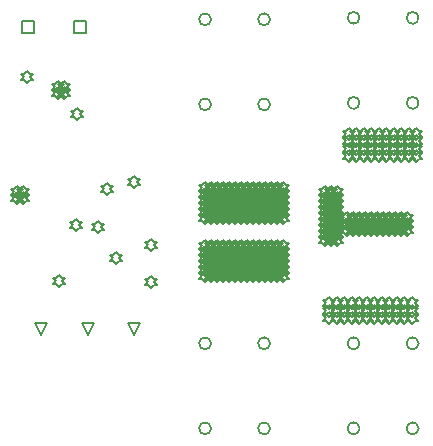
<source format=gbr>
G04 Layer_Color=2752767*
%FSLAX25Y25*%
%MOIN*%
%TF.FileFunction,Drawing*%
%TF.Part,Single*%
G01*
G75*
%ADD57C,0.00500*%
%ADD58C,0.00667*%
D57*
X390000Y347500D02*
Y351500D01*
X394000D01*
Y347500D01*
X390000D01*
X407500D02*
Y351500D01*
X411500D01*
Y347500D01*
X407500D01*
X427500Y247000D02*
X425500Y251000D01*
X429500D01*
X427500Y247000D01*
X412000D02*
X410000Y251000D01*
X414000D01*
X412000Y247000D01*
X396500D02*
X394500Y251000D01*
X398500D01*
X396500Y247000D01*
X518500Y280000D02*
X519500Y281000D01*
X520500D01*
X519500Y282000D01*
X520500Y283000D01*
X519500D01*
X518500Y284000D01*
X517500Y283000D01*
X516500D01*
X517500Y282000D01*
X516500Y281000D01*
X517500D01*
X518500Y280000D01*
Y282000D02*
X519500Y283000D01*
X520500D01*
X519500Y284000D01*
X520500Y285000D01*
X519500D01*
X518500Y286000D01*
X517500Y285000D01*
X516500D01*
X517500Y284000D01*
X516500Y283000D01*
X517500D01*
X518500Y282000D01*
Y284000D02*
X519500Y285000D01*
X520500D01*
X519500Y286000D01*
X520500Y287000D01*
X519500D01*
X518500Y288000D01*
X517500Y287000D01*
X516500D01*
X517500Y286000D01*
X516500Y285000D01*
X517500D01*
X518500Y284000D01*
X516500D02*
X517500Y285000D01*
X518500D01*
X517500Y286000D01*
X518500Y287000D01*
X517500D01*
X516500Y288000D01*
X515500Y287000D01*
X514500D01*
X515500Y286000D01*
X514500Y285000D01*
X515500D01*
X516500Y284000D01*
Y282000D02*
X517500Y283000D01*
X518500D01*
X517500Y284000D01*
X518500Y285000D01*
X517500D01*
X516500Y286000D01*
X515500Y285000D01*
X514500D01*
X515500Y284000D01*
X514500Y283000D01*
X515500D01*
X516500Y282000D01*
Y280000D02*
X517500Y281000D01*
X518500D01*
X517500Y282000D01*
X518500Y283000D01*
X517500D01*
X516500Y284000D01*
X515500Y283000D01*
X514500D01*
X515500Y282000D01*
X514500Y281000D01*
X515500D01*
X516500Y280000D01*
X514500D02*
X515500Y281000D01*
X516500D01*
X515500Y282000D01*
X516500Y283000D01*
X515500D01*
X514500Y284000D01*
X513500Y283000D01*
X512500D01*
X513500Y282000D01*
X512500Y281000D01*
X513500D01*
X514500Y280000D01*
Y282000D02*
X515500Y283000D01*
X516500D01*
X515500Y284000D01*
X516500Y285000D01*
X515500D01*
X514500Y286000D01*
X513500Y285000D01*
X512500D01*
X513500Y284000D01*
X512500Y283000D01*
X513500D01*
X514500Y282000D01*
Y284000D02*
X515500Y285000D01*
X516500D01*
X515500Y286000D01*
X516500Y287000D01*
X515500D01*
X514500Y288000D01*
X513500Y287000D01*
X512500D01*
X513500Y286000D01*
X512500Y285000D01*
X513500D01*
X514500Y284000D01*
X512500D02*
X513500Y285000D01*
X514500D01*
X513500Y286000D01*
X514500Y287000D01*
X513500D01*
X512500Y288000D01*
X511500Y287000D01*
X510500D01*
X511500Y286000D01*
X510500Y285000D01*
X511500D01*
X512500Y284000D01*
Y282000D02*
X513500Y283000D01*
X514500D01*
X513500Y284000D01*
X514500Y285000D01*
X513500D01*
X512500Y286000D01*
X511500Y285000D01*
X510500D01*
X511500Y284000D01*
X510500Y283000D01*
X511500D01*
X512500Y282000D01*
Y280000D02*
X513500Y281000D01*
X514500D01*
X513500Y282000D01*
X514500Y283000D01*
X513500D01*
X512500Y284000D01*
X511500Y283000D01*
X510500D01*
X511500Y282000D01*
X510500Y281000D01*
X511500D01*
X512500Y280000D01*
X510500D02*
X511500Y281000D01*
X512500D01*
X511500Y282000D01*
X512500Y283000D01*
X511500D01*
X510500Y284000D01*
X509500Y283000D01*
X508500D01*
X509500Y282000D01*
X508500Y281000D01*
X509500D01*
X510500Y280000D01*
Y282000D02*
X511500Y283000D01*
X512500D01*
X511500Y284000D01*
X512500Y285000D01*
X511500D01*
X510500Y286000D01*
X509500Y285000D01*
X508500D01*
X509500Y284000D01*
X508500Y283000D01*
X509500D01*
X510500Y282000D01*
Y284000D02*
X511500Y285000D01*
X512500D01*
X511500Y286000D01*
X512500Y287000D01*
X511500D01*
X510500Y288000D01*
X509500Y287000D01*
X508500D01*
X509500Y286000D01*
X508500Y285000D01*
X509500D01*
X510500Y284000D01*
X508500D02*
X509500Y285000D01*
X510500D01*
X509500Y286000D01*
X510500Y287000D01*
X509500D01*
X508500Y288000D01*
X507500Y287000D01*
X506500D01*
X507500Y286000D01*
X506500Y285000D01*
X507500D01*
X508500Y284000D01*
Y282000D02*
X509500Y283000D01*
X510500D01*
X509500Y284000D01*
X510500Y285000D01*
X509500D01*
X508500Y286000D01*
X507500Y285000D01*
X506500D01*
X507500Y284000D01*
X506500Y283000D01*
X507500D01*
X508500Y282000D01*
Y280000D02*
X509500Y281000D01*
X510500D01*
X509500Y282000D01*
X510500Y283000D01*
X509500D01*
X508500Y284000D01*
X507500Y283000D01*
X506500D01*
X507500Y282000D01*
X506500Y281000D01*
X507500D01*
X508500Y280000D01*
X506500D02*
X507500Y281000D01*
X508500D01*
X507500Y282000D01*
X508500Y283000D01*
X507500D01*
X506500Y284000D01*
X505500Y283000D01*
X504500D01*
X505500Y282000D01*
X504500Y281000D01*
X505500D01*
X506500Y280000D01*
Y282000D02*
X507500Y283000D01*
X508500D01*
X507500Y284000D01*
X508500Y285000D01*
X507500D01*
X506500Y286000D01*
X505500Y285000D01*
X504500D01*
X505500Y284000D01*
X504500Y283000D01*
X505500D01*
X506500Y282000D01*
Y284000D02*
X507500Y285000D01*
X508500D01*
X507500Y286000D01*
X508500Y287000D01*
X507500D01*
X506500Y288000D01*
X505500Y287000D01*
X504500D01*
X505500Y286000D01*
X504500Y285000D01*
X505500D01*
X506500Y284000D01*
X504500D02*
X505500Y285000D01*
X506500D01*
X505500Y286000D01*
X506500Y287000D01*
X505500D01*
X504500Y288000D01*
X503500Y287000D01*
X502500D01*
X503500Y286000D01*
X502500Y285000D01*
X503500D01*
X504500Y284000D01*
Y282000D02*
X505500Y283000D01*
X506500D01*
X505500Y284000D01*
X506500Y285000D01*
X505500D01*
X504500Y286000D01*
X503500Y285000D01*
X502500D01*
X503500Y284000D01*
X502500Y283000D01*
X503500D01*
X504500Y282000D01*
Y280000D02*
X505500Y281000D01*
X506500D01*
X505500Y282000D01*
X506500Y283000D01*
X505500D01*
X504500Y284000D01*
X503500Y283000D01*
X502500D01*
X503500Y282000D01*
X502500Y281000D01*
X503500D01*
X504500Y280000D01*
X502500D02*
X503500Y281000D01*
X504500D01*
X503500Y282000D01*
X504500Y283000D01*
X503500D01*
X502500Y284000D01*
X501500Y283000D01*
X500500D01*
X501500Y282000D01*
X500500Y281000D01*
X501500D01*
X502500Y280000D01*
Y282000D02*
X503500Y283000D01*
X504500D01*
X503500Y284000D01*
X504500Y285000D01*
X503500D01*
X502500Y286000D01*
X501500Y285000D01*
X500500D01*
X501500Y284000D01*
X500500Y283000D01*
X501500D01*
X502500Y282000D01*
Y284000D02*
X503500Y285000D01*
X504500D01*
X503500Y286000D01*
X504500Y287000D01*
X503500D01*
X502500Y288000D01*
X501500Y287000D01*
X500500D01*
X501500Y286000D01*
X500500Y285000D01*
X501500D01*
X502500Y284000D01*
X500500D02*
X501500Y285000D01*
X502500D01*
X501500Y286000D01*
X502500Y287000D01*
X501500D01*
X500500Y288000D01*
X499500Y287000D01*
X498500D01*
X499500Y286000D01*
X498500Y285000D01*
X499500D01*
X500500Y284000D01*
Y282000D02*
X501500Y283000D01*
X502500D01*
X501500Y284000D01*
X502500Y285000D01*
X501500D01*
X500500Y286000D01*
X499500Y285000D01*
X498500D01*
X499500Y284000D01*
X498500Y283000D01*
X499500D01*
X500500Y282000D01*
Y280000D02*
X501500Y281000D01*
X502500D01*
X501500Y282000D01*
X502500Y283000D01*
X501500D01*
X500500Y284000D01*
X499500Y283000D01*
X498500D01*
X499500Y282000D01*
X498500Y281000D01*
X499500D01*
X500500Y280000D01*
X498500D02*
X499500Y281000D01*
X500500D01*
X499500Y282000D01*
X500500Y283000D01*
X499500D01*
X498500Y284000D01*
X497500Y283000D01*
X496500D01*
X497500Y282000D01*
X496500Y281000D01*
X497500D01*
X498500Y280000D01*
Y282000D02*
X499500Y283000D01*
X500500D01*
X499500Y284000D01*
X500500Y285000D01*
X499500D01*
X498500Y286000D01*
X497500Y285000D01*
X496500D01*
X497500Y284000D01*
X496500Y283000D01*
X497500D01*
X498500Y282000D01*
Y284000D02*
X499500Y285000D01*
X500500D01*
X499500Y286000D01*
X500500Y287000D01*
X499500D01*
X498500Y288000D01*
X497500Y287000D01*
X496500D01*
X497500Y286000D01*
X496500Y285000D01*
X497500D01*
X498500Y284000D01*
X491000Y292500D02*
X492000Y293500D01*
X493000D01*
X492000Y294500D01*
X493000Y295500D01*
X492000D01*
X491000Y296500D01*
X490000Y295500D01*
X489000D01*
X490000Y294500D01*
X489000Y293500D01*
X490000D01*
X491000Y292500D01*
X493000D02*
X494000Y293500D01*
X495000D01*
X494000Y294500D01*
X495000Y295500D01*
X494000D01*
X493000Y296500D01*
X492000Y295500D01*
X491000D01*
X492000Y294500D01*
X491000Y293500D01*
X492000D01*
X493000Y292500D01*
X495000D02*
X496000Y293500D01*
X497000D01*
X496000Y294500D01*
X497000Y295500D01*
X496000D01*
X495000Y296500D01*
X494000Y295500D01*
X493000D01*
X494000Y294500D01*
X493000Y293500D01*
X494000D01*
X495000Y292500D01*
X493000Y278500D02*
X494000Y279500D01*
X495000D01*
X494000Y280500D01*
X495000Y281500D01*
X494000D01*
X493000Y282500D01*
X492000Y281500D01*
X491000D01*
X492000Y280500D01*
X491000Y279500D01*
X492000D01*
X493000Y278500D01*
X495000Y276500D02*
X496000Y277500D01*
X497000D01*
X496000Y278500D01*
X497000Y279500D01*
X496000D01*
X495000Y280500D01*
X494000Y279500D01*
X493000D01*
X494000Y278500D01*
X493000Y277500D01*
X494000D01*
X495000Y276500D01*
Y278500D02*
X496000Y279500D01*
X497000D01*
X496000Y280500D01*
X497000Y281500D01*
X496000D01*
X495000Y282500D01*
X494000Y281500D01*
X493000D01*
X494000Y280500D01*
X493000Y279500D01*
X494000D01*
X495000Y278500D01*
X493000Y276500D02*
X494000Y277500D01*
X495000D01*
X494000Y278500D01*
X495000Y279500D01*
X494000D01*
X493000Y280500D01*
X492000Y279500D01*
X491000D01*
X492000Y278500D01*
X491000Y277500D01*
X492000D01*
X493000Y276500D01*
X491000D02*
X492000Y277500D01*
X493000D01*
X492000Y278500D01*
X493000Y279500D01*
X492000D01*
X491000Y280500D01*
X490000Y279500D01*
X489000D01*
X490000Y278500D01*
X489000Y277500D01*
X490000D01*
X491000Y276500D01*
Y278500D02*
X492000Y279500D01*
X493000D01*
X492000Y280500D01*
X493000Y281500D01*
X492000D01*
X491000Y282500D01*
X490000Y281500D01*
X489000D01*
X490000Y280500D01*
X489000Y279500D01*
X490000D01*
X491000Y278500D01*
Y290500D02*
X492000Y291500D01*
X493000D01*
X492000Y292500D01*
X493000Y293500D01*
X492000D01*
X491000Y294500D01*
X490000Y293500D01*
X489000D01*
X490000Y292500D01*
X489000Y291500D01*
X490000D01*
X491000Y290500D01*
X493000D02*
X494000Y291500D01*
X495000D01*
X494000Y292500D01*
X495000Y293500D01*
X494000D01*
X493000Y294500D01*
X492000Y293500D01*
X491000D01*
X492000Y292500D01*
X491000Y291500D01*
X492000D01*
X493000Y290500D01*
X495000D02*
X496000Y291500D01*
X497000D01*
X496000Y292500D01*
X497000Y293500D01*
X496000D01*
X495000Y294500D01*
X494000Y293500D01*
X493000D01*
X494000Y292500D01*
X493000Y291500D01*
X494000D01*
X495000Y290500D01*
Y288500D02*
X496000Y289500D01*
X497000D01*
X496000Y290500D01*
X497000Y291500D01*
X496000D01*
X495000Y292500D01*
X494000Y291500D01*
X493000D01*
X494000Y290500D01*
X493000Y289500D01*
X494000D01*
X495000Y288500D01*
X493000D02*
X494000Y289500D01*
X495000D01*
X494000Y290500D01*
X495000Y291500D01*
X494000D01*
X493000Y292500D01*
X492000Y291500D01*
X491000D01*
X492000Y290500D01*
X491000Y289500D01*
X492000D01*
X493000Y288500D01*
X491000D02*
X492000Y289500D01*
X493000D01*
X492000Y290500D01*
X493000Y291500D01*
X492000D01*
X491000Y292500D01*
X490000Y291500D01*
X489000D01*
X490000Y290500D01*
X489000Y289500D01*
X490000D01*
X491000Y288500D01*
Y286500D02*
X492000Y287500D01*
X493000D01*
X492000Y288500D01*
X493000Y289500D01*
X492000D01*
X491000Y290500D01*
X490000Y289500D01*
X489000D01*
X490000Y288500D01*
X489000Y287500D01*
X490000D01*
X491000Y286500D01*
X493000D02*
X494000Y287500D01*
X495000D01*
X494000Y288500D01*
X495000Y289500D01*
X494000D01*
X493000Y290500D01*
X492000Y289500D01*
X491000D01*
X492000Y288500D01*
X491000Y287500D01*
X492000D01*
X493000Y286500D01*
X495000D02*
X496000Y287500D01*
X497000D01*
X496000Y288500D01*
X497000Y289500D01*
X496000D01*
X495000Y290500D01*
X494000Y289500D01*
X493000D01*
X494000Y288500D01*
X493000Y287500D01*
X494000D01*
X495000Y286500D01*
X491000Y280500D02*
X492000Y281500D01*
X493000D01*
X492000Y282500D01*
X493000Y283500D01*
X492000D01*
X491000Y284500D01*
X490000Y283500D01*
X489000D01*
X490000Y282500D01*
X489000Y281500D01*
X490000D01*
X491000Y280500D01*
X493000D02*
X494000Y281500D01*
X495000D01*
X494000Y282500D01*
X495000Y283500D01*
X494000D01*
X493000Y284500D01*
X492000Y283500D01*
X491000D01*
X492000Y282500D01*
X491000Y281500D01*
X492000D01*
X493000Y280500D01*
X491000Y282500D02*
X492000Y283500D01*
X493000D01*
X492000Y284500D01*
X493000Y285500D01*
X492000D01*
X491000Y286500D01*
X490000Y285500D01*
X489000D01*
X490000Y284500D01*
X489000Y283500D01*
X490000D01*
X491000Y282500D01*
X493000D02*
X494000Y283500D01*
X495000D01*
X494000Y284500D01*
X495000Y285500D01*
X494000D01*
X493000Y286500D01*
X492000Y285500D01*
X491000D01*
X492000Y284500D01*
X491000Y283500D01*
X492000D01*
X493000Y282500D01*
X491000Y284500D02*
X492000Y285500D01*
X493000D01*
X492000Y286500D01*
X493000Y287500D01*
X492000D01*
X491000Y288500D01*
X490000Y287500D01*
X489000D01*
X490000Y286500D01*
X489000Y285500D01*
X490000D01*
X491000Y284500D01*
X493000D02*
X494000Y285500D01*
X495000D01*
X494000Y286500D01*
X495000Y287500D01*
X494000D01*
X493000Y288500D01*
X492000Y287500D01*
X491000D01*
X492000Y286500D01*
X491000Y285500D01*
X492000D01*
X493000Y284500D01*
X495000D02*
X496000Y285500D01*
X497000D01*
X496000Y286500D01*
X497000Y287500D01*
X496000D01*
X495000Y288500D01*
X494000Y287500D01*
X493000D01*
X494000Y286500D01*
X493000Y285500D01*
X494000D01*
X495000Y284500D01*
Y282500D02*
X496000Y283500D01*
X497000D01*
X496000Y284500D01*
X497000Y285500D01*
X496000D01*
X495000Y286500D01*
X494000Y285500D01*
X493000D01*
X494000Y284500D01*
X493000Y283500D01*
X494000D01*
X495000Y282500D01*
Y280500D02*
X496000Y281500D01*
X497000D01*
X496000Y282500D01*
X497000Y283500D01*
X496000D01*
X495000Y284500D01*
X494000Y283500D01*
X493000D01*
X494000Y282500D01*
X493000Y281500D01*
X494000D01*
X495000Y280500D01*
X404000Y325500D02*
X405000Y326500D01*
X406000D01*
X405000Y327500D01*
X406000Y328500D01*
X405000D01*
X404000Y329500D01*
X403000Y328500D01*
X402000D01*
X403000Y327500D01*
X402000Y326500D01*
X403000D01*
X404000Y325500D01*
Y327500D02*
X405000Y328500D01*
X406000D01*
X405000Y329500D01*
X406000Y330500D01*
X405000D01*
X404000Y331500D01*
X403000Y330500D01*
X402000D01*
X403000Y329500D01*
X402000Y328500D01*
X403000D01*
X404000Y327500D01*
X402000Y325500D02*
X403000Y326500D01*
X404000D01*
X403000Y327500D01*
X404000Y328500D01*
X403000D01*
X402000Y329500D01*
X401000Y328500D01*
X400000D01*
X401000Y327500D01*
X400000Y326500D01*
X401000D01*
X402000Y325500D01*
X408500Y318500D02*
X409500Y319500D01*
X410500D01*
X409500Y320500D01*
X410500Y321500D01*
X409500D01*
X408500Y322500D01*
X407500Y321500D01*
X406500D01*
X407500Y320500D01*
X406500Y319500D01*
X407500D01*
X408500Y318500D01*
X408000Y281500D02*
X409000Y282500D01*
X410000D01*
X409000Y283500D01*
X410000Y284500D01*
X409000D01*
X408000Y285500D01*
X407000Y284500D01*
X406000D01*
X407000Y283500D01*
X406000Y282500D01*
X407000D01*
X408000Y281500D01*
X402500Y263000D02*
X403500Y264000D01*
X404500D01*
X403500Y265000D01*
X404500Y266000D01*
X403500D01*
X402500Y267000D01*
X401500Y266000D01*
X400500D01*
X401500Y265000D01*
X400500Y264000D01*
X401500D01*
X402500Y263000D01*
X415500Y281000D02*
X416500Y282000D01*
X417500D01*
X416500Y283000D01*
X417500Y284000D01*
X416500D01*
X415500Y285000D01*
X414500Y284000D01*
X413500D01*
X414500Y283000D01*
X413500Y282000D01*
X414500D01*
X415500Y281000D01*
X418469Y293531D02*
X419468Y294531D01*
X420469D01*
X419468Y295532D01*
X420469Y296532D01*
X419468D01*
X418469Y297532D01*
X417469Y296532D01*
X416468D01*
X417469Y295532D01*
X416468Y294531D01*
X417469D01*
X418469Y293531D01*
X421500Y270500D02*
X422500Y271500D01*
X423500D01*
X422500Y272500D01*
X423500Y273500D01*
X422500D01*
X421500Y274500D01*
X420500Y273500D01*
X419500D01*
X420500Y272500D01*
X419500Y271500D01*
X420500D01*
X421500Y270500D01*
X433000Y275000D02*
X434000Y276000D01*
X435000D01*
X434000Y277000D01*
X435000Y278000D01*
X434000D01*
X433000Y279000D01*
X432000Y278000D01*
X431000D01*
X432000Y277000D01*
X431000Y276000D01*
X432000D01*
X433000Y275000D01*
Y262500D02*
X434000Y263500D01*
X435000D01*
X434000Y264500D01*
X435000Y265500D01*
X434000D01*
X433000Y266500D01*
X432000Y265500D01*
X431000D01*
X432000Y264500D01*
X431000Y263500D01*
X432000D01*
X433000Y262500D01*
X427500Y296000D02*
X428500Y297000D01*
X429500D01*
X428500Y298000D01*
X429500Y299000D01*
X428500D01*
X427500Y300000D01*
X426500Y299000D01*
X425500D01*
X426500Y298000D01*
X425500Y297000D01*
X426500D01*
X427500Y296000D01*
X402000Y327500D02*
X403000Y328500D01*
X404000D01*
X403000Y329500D01*
X404000Y330500D01*
X403000D01*
X402000Y331500D01*
X401000Y330500D01*
X400000D01*
X401000Y329500D01*
X400000Y328500D01*
X401000D01*
X402000Y327500D01*
X390500Y290500D02*
X391500Y291500D01*
X392500D01*
X391500Y292500D01*
X392500Y293500D01*
X391500D01*
X390500Y294500D01*
X389500Y293500D01*
X388500D01*
X389500Y292500D01*
X388500Y291500D01*
X389500D01*
X390500Y290500D01*
X388500Y292500D02*
X389500Y293500D01*
X390500D01*
X389500Y294500D01*
X390500Y295500D01*
X389500D01*
X388500Y296500D01*
X387500Y295500D01*
X386500D01*
X387500Y294500D01*
X386500Y293500D01*
X387500D01*
X388500Y292500D01*
X390500D02*
X391500Y293500D01*
X392500D01*
X391500Y294500D01*
X392500Y295500D01*
X391500D01*
X390500Y296500D01*
X389500Y295500D01*
X388500D01*
X389500Y294500D01*
X388500Y293500D01*
X389500D01*
X390500Y292500D01*
X388500Y290500D02*
X389500Y291500D01*
X390500D01*
X389500Y292500D01*
X390500Y293500D01*
X389500D01*
X388500Y294500D01*
X387500Y293500D01*
X386500D01*
X387500Y292500D01*
X386500Y291500D01*
X387500D01*
X388500Y290500D01*
X391968Y330968D02*
X392969Y331968D01*
X393969D01*
X392969Y332968D01*
X393969Y333968D01*
X392969D01*
X391968Y334968D01*
X390968Y333968D01*
X389968D01*
X390968Y332968D01*
X389968Y331968D01*
X390968D01*
X391968Y330968D01*
X477000Y294000D02*
X478000Y295000D01*
X479000D01*
X478000Y296000D01*
X479000Y297000D01*
X478000D01*
X477000Y298000D01*
X476000Y297000D01*
X475000D01*
X476000Y296000D01*
X475000Y295000D01*
X476000D01*
X477000Y294000D01*
Y292000D02*
X478000Y293000D01*
X479000D01*
X478000Y294000D01*
X479000Y295000D01*
X478000D01*
X477000Y296000D01*
X476000Y295000D01*
X475000D01*
X476000Y294000D01*
X475000Y293000D01*
X476000D01*
X477000Y292000D01*
Y290000D02*
X478000Y291000D01*
X479000D01*
X478000Y292000D01*
X479000Y293000D01*
X478000D01*
X477000Y294000D01*
X476000Y293000D01*
X475000D01*
X476000Y292000D01*
X475000Y291000D01*
X476000D01*
X477000Y290000D01*
Y288000D02*
X478000Y289000D01*
X479000D01*
X478000Y290000D01*
X479000Y291000D01*
X478000D01*
X477000Y292000D01*
X476000Y291000D01*
X475000D01*
X476000Y290000D01*
X475000Y289000D01*
X476000D01*
X477000Y288000D01*
Y286000D02*
X478000Y287000D01*
X479000D01*
X478000Y288000D01*
X479000Y289000D01*
X478000D01*
X477000Y290000D01*
X476000Y289000D01*
X475000D01*
X476000Y288000D01*
X475000Y287000D01*
X476000D01*
X477000Y286000D01*
Y284000D02*
X478000Y285000D01*
X479000D01*
X478000Y286000D01*
X479000Y287000D01*
X478000D01*
X477000Y288000D01*
X476000Y287000D01*
X475000D01*
X476000Y286000D01*
X475000Y285000D01*
X476000D01*
X477000Y284000D01*
X475000Y294000D02*
X476000Y295000D01*
X477000D01*
X476000Y296000D01*
X477000Y297000D01*
X476000D01*
X475000Y298000D01*
X474000Y297000D01*
X473000D01*
X474000Y296000D01*
X473000Y295000D01*
X474000D01*
X475000Y294000D01*
X473000D02*
X474000Y295000D01*
X475000D01*
X474000Y296000D01*
X475000Y297000D01*
X474000D01*
X473000Y298000D01*
X472000Y297000D01*
X471000D01*
X472000Y296000D01*
X471000Y295000D01*
X472000D01*
X473000Y294000D01*
X471000D02*
X472000Y295000D01*
X473000D01*
X472000Y296000D01*
X473000Y297000D01*
X472000D01*
X471000Y298000D01*
X470000Y297000D01*
X469000D01*
X470000Y296000D01*
X469000Y295000D01*
X470000D01*
X471000Y294000D01*
X469000D02*
X470000Y295000D01*
X471000D01*
X470000Y296000D01*
X471000Y297000D01*
X470000D01*
X469000Y298000D01*
X468000Y297000D01*
X467000D01*
X468000Y296000D01*
X467000Y295000D01*
X468000D01*
X469000Y294000D01*
X465000D02*
X466000Y295000D01*
X467000D01*
X466000Y296000D01*
X467000Y297000D01*
X466000D01*
X465000Y298000D01*
X464000Y297000D01*
X463000D01*
X464000Y296000D01*
X463000Y295000D01*
X464000D01*
X465000Y294000D01*
X467000D02*
X468000Y295000D01*
X469000D01*
X468000Y296000D01*
X469000Y297000D01*
X468000D01*
X467000Y298000D01*
X466000Y297000D01*
X465000D01*
X466000Y296000D01*
X465000Y295000D01*
X466000D01*
X467000Y294000D01*
X463000D02*
X464000Y295000D01*
X465000D01*
X464000Y296000D01*
X465000Y297000D01*
X464000D01*
X463000Y298000D01*
X462000Y297000D01*
X461000D01*
X462000Y296000D01*
X461000Y295000D01*
X462000D01*
X463000Y294000D01*
X461000D02*
X462000Y295000D01*
X463000D01*
X462000Y296000D01*
X463000Y297000D01*
X462000D01*
X461000Y298000D01*
X460000Y297000D01*
X459000D01*
X460000Y296000D01*
X459000Y295000D01*
X460000D01*
X461000Y294000D01*
X459000D02*
X460000Y295000D01*
X461000D01*
X460000Y296000D01*
X461000Y297000D01*
X460000D01*
X459000Y298000D01*
X458000Y297000D01*
X457000D01*
X458000Y296000D01*
X457000Y295000D01*
X458000D01*
X459000Y294000D01*
X457000D02*
X458000Y295000D01*
X459000D01*
X458000Y296000D01*
X459000Y297000D01*
X458000D01*
X457000Y298000D01*
X456000Y297000D01*
X455000D01*
X456000Y296000D01*
X455000Y295000D01*
X456000D01*
X457000Y294000D01*
X455000D02*
X456000Y295000D01*
X457000D01*
X456000Y296000D01*
X457000Y297000D01*
X456000D01*
X455000Y298000D01*
X454000Y297000D01*
X453000D01*
X454000Y296000D01*
X453000Y295000D01*
X454000D01*
X455000Y294000D01*
X453000D02*
X454000Y295000D01*
X455000D01*
X454000Y296000D01*
X455000Y297000D01*
X454000D01*
X453000Y298000D01*
X452000Y297000D01*
X451000D01*
X452000Y296000D01*
X451000Y295000D01*
X452000D01*
X453000Y294000D01*
X451000D02*
X452000Y295000D01*
X453000D01*
X452000Y296000D01*
X453000Y297000D01*
X452000D01*
X451000Y298000D01*
X450000Y297000D01*
X449000D01*
X450000Y296000D01*
X449000Y295000D01*
X450000D01*
X451000Y294000D01*
Y292000D02*
X452000Y293000D01*
X453000D01*
X452000Y294000D01*
X453000Y295000D01*
X452000D01*
X451000Y296000D01*
X450000Y295000D01*
X449000D01*
X450000Y294000D01*
X449000Y293000D01*
X450000D01*
X451000Y292000D01*
X453000D02*
X454000Y293000D01*
X455000D01*
X454000Y294000D01*
X455000Y295000D01*
X454000D01*
X453000Y296000D01*
X452000Y295000D01*
X451000D01*
X452000Y294000D01*
X451000Y293000D01*
X452000D01*
X453000Y292000D01*
X455000D02*
X456000Y293000D01*
X457000D01*
X456000Y294000D01*
X457000Y295000D01*
X456000D01*
X455000Y296000D01*
X454000Y295000D01*
X453000D01*
X454000Y294000D01*
X453000Y293000D01*
X454000D01*
X455000Y292000D01*
X457000D02*
X458000Y293000D01*
X459000D01*
X458000Y294000D01*
X459000Y295000D01*
X458000D01*
X457000Y296000D01*
X456000Y295000D01*
X455000D01*
X456000Y294000D01*
X455000Y293000D01*
X456000D01*
X457000Y292000D01*
X459000D02*
X460000Y293000D01*
X461000D01*
X460000Y294000D01*
X461000Y295000D01*
X460000D01*
X459000Y296000D01*
X458000Y295000D01*
X457000D01*
X458000Y294000D01*
X457000Y293000D01*
X458000D01*
X459000Y292000D01*
X461000D02*
X462000Y293000D01*
X463000D01*
X462000Y294000D01*
X463000Y295000D01*
X462000D01*
X461000Y296000D01*
X460000Y295000D01*
X459000D01*
X460000Y294000D01*
X459000Y293000D01*
X460000D01*
X461000Y292000D01*
X463000D02*
X464000Y293000D01*
X465000D01*
X464000Y294000D01*
X465000Y295000D01*
X464000D01*
X463000Y296000D01*
X462000Y295000D01*
X461000D01*
X462000Y294000D01*
X461000Y293000D01*
X462000D01*
X463000Y292000D01*
X465000D02*
X466000Y293000D01*
X467000D01*
X466000Y294000D01*
X467000Y295000D01*
X466000D01*
X465000Y296000D01*
X464000Y295000D01*
X463000D01*
X464000Y294000D01*
X463000Y293000D01*
X464000D01*
X465000Y292000D01*
X467000D02*
X468000Y293000D01*
X469000D01*
X468000Y294000D01*
X469000Y295000D01*
X468000D01*
X467000Y296000D01*
X466000Y295000D01*
X465000D01*
X466000Y294000D01*
X465000Y293000D01*
X466000D01*
X467000Y292000D01*
X469000D02*
X470000Y293000D01*
X471000D01*
X470000Y294000D01*
X471000Y295000D01*
X470000D01*
X469000Y296000D01*
X468000Y295000D01*
X467000D01*
X468000Y294000D01*
X467000Y293000D01*
X468000D01*
X469000Y292000D01*
X471000D02*
X472000Y293000D01*
X473000D01*
X472000Y294000D01*
X473000Y295000D01*
X472000D01*
X471000Y296000D01*
X470000Y295000D01*
X469000D01*
X470000Y294000D01*
X469000Y293000D01*
X470000D01*
X471000Y292000D01*
X473000D02*
X474000Y293000D01*
X475000D01*
X474000Y294000D01*
X475000Y295000D01*
X474000D01*
X473000Y296000D01*
X472000Y295000D01*
X471000D01*
X472000Y294000D01*
X471000Y293000D01*
X472000D01*
X473000Y292000D01*
X475000D02*
X476000Y293000D01*
X477000D01*
X476000Y294000D01*
X477000Y295000D01*
X476000D01*
X475000Y296000D01*
X474000Y295000D01*
X473000D01*
X474000Y294000D01*
X473000Y293000D01*
X474000D01*
X475000Y292000D01*
Y290000D02*
X476000Y291000D01*
X477000D01*
X476000Y292000D01*
X477000Y293000D01*
X476000D01*
X475000Y294000D01*
X474000Y293000D01*
X473000D01*
X474000Y292000D01*
X473000Y291000D01*
X474000D01*
X475000Y290000D01*
X473000D02*
X474000Y291000D01*
X475000D01*
X474000Y292000D01*
X475000Y293000D01*
X474000D01*
X473000Y294000D01*
X472000Y293000D01*
X471000D01*
X472000Y292000D01*
X471000Y291000D01*
X472000D01*
X473000Y290000D01*
X471000D02*
X472000Y291000D01*
X473000D01*
X472000Y292000D01*
X473000Y293000D01*
X472000D01*
X471000Y294000D01*
X470000Y293000D01*
X469000D01*
X470000Y292000D01*
X469000Y291000D01*
X470000D01*
X471000Y290000D01*
X469000D02*
X470000Y291000D01*
X471000D01*
X470000Y292000D01*
X471000Y293000D01*
X470000D01*
X469000Y294000D01*
X468000Y293000D01*
X467000D01*
X468000Y292000D01*
X467000Y291000D01*
X468000D01*
X469000Y290000D01*
X467000D02*
X468000Y291000D01*
X469000D01*
X468000Y292000D01*
X469000Y293000D01*
X468000D01*
X467000Y294000D01*
X466000Y293000D01*
X465000D01*
X466000Y292000D01*
X465000Y291000D01*
X466000D01*
X467000Y290000D01*
X465000D02*
X466000Y291000D01*
X467000D01*
X466000Y292000D01*
X467000Y293000D01*
X466000D01*
X465000Y294000D01*
X464000Y293000D01*
X463000D01*
X464000Y292000D01*
X463000Y291000D01*
X464000D01*
X465000Y290000D01*
X463000D02*
X464000Y291000D01*
X465000D01*
X464000Y292000D01*
X465000Y293000D01*
X464000D01*
X463000Y294000D01*
X462000Y293000D01*
X461000D01*
X462000Y292000D01*
X461000Y291000D01*
X462000D01*
X463000Y290000D01*
X461000D02*
X462000Y291000D01*
X463000D01*
X462000Y292000D01*
X463000Y293000D01*
X462000D01*
X461000Y294000D01*
X460000Y293000D01*
X459000D01*
X460000Y292000D01*
X459000Y291000D01*
X460000D01*
X461000Y290000D01*
X459000D02*
X460000Y291000D01*
X461000D01*
X460000Y292000D01*
X461000Y293000D01*
X460000D01*
X459000Y294000D01*
X458000Y293000D01*
X457000D01*
X458000Y292000D01*
X457000Y291000D01*
X458000D01*
X459000Y290000D01*
X457000D02*
X458000Y291000D01*
X459000D01*
X458000Y292000D01*
X459000Y293000D01*
X458000D01*
X457000Y294000D01*
X456000Y293000D01*
X455000D01*
X456000Y292000D01*
X455000Y291000D01*
X456000D01*
X457000Y290000D01*
X455000D02*
X456000Y291000D01*
X457000D01*
X456000Y292000D01*
X457000Y293000D01*
X456000D01*
X455000Y294000D01*
X454000Y293000D01*
X453000D01*
X454000Y292000D01*
X453000Y291000D01*
X454000D01*
X455000Y290000D01*
X453000D02*
X454000Y291000D01*
X455000D01*
X454000Y292000D01*
X455000Y293000D01*
X454000D01*
X453000Y294000D01*
X452000Y293000D01*
X451000D01*
X452000Y292000D01*
X451000Y291000D01*
X452000D01*
X453000Y290000D01*
X451000D02*
X452000Y291000D01*
X453000D01*
X452000Y292000D01*
X453000Y293000D01*
X452000D01*
X451000Y294000D01*
X450000Y293000D01*
X449000D01*
X450000Y292000D01*
X449000Y291000D01*
X450000D01*
X451000Y290000D01*
X477000Y264500D02*
X478000Y265500D01*
X479000D01*
X478000Y266500D01*
X479000Y267500D01*
X478000D01*
X477000Y268500D01*
X476000Y267500D01*
X475000D01*
X476000Y266500D01*
X475000Y265500D01*
X476000D01*
X477000Y264500D01*
Y266500D02*
X478000Y267500D01*
X479000D01*
X478000Y268500D01*
X479000Y269500D01*
X478000D01*
X477000Y270500D01*
X476000Y269500D01*
X475000D01*
X476000Y268500D01*
X475000Y267500D01*
X476000D01*
X477000Y266500D01*
Y268500D02*
X478000Y269500D01*
X479000D01*
X478000Y270500D01*
X479000Y271500D01*
X478000D01*
X477000Y272500D01*
X476000Y271500D01*
X475000D01*
X476000Y270500D01*
X475000Y269500D01*
X476000D01*
X477000Y268500D01*
Y270500D02*
X478000Y271500D01*
X479000D01*
X478000Y272500D01*
X479000Y273500D01*
X478000D01*
X477000Y274500D01*
X476000Y273500D01*
X475000D01*
X476000Y272500D01*
X475000Y271500D01*
X476000D01*
X477000Y270500D01*
Y272500D02*
X478000Y273500D01*
X479000D01*
X478000Y274500D01*
X479000Y275500D01*
X478000D01*
X477000Y276500D01*
X476000Y275500D01*
X475000D01*
X476000Y274500D01*
X475000Y273500D01*
X476000D01*
X477000Y272500D01*
Y274500D02*
X478000Y275500D01*
X479000D01*
X478000Y276500D01*
X479000Y277500D01*
X478000D01*
X477000Y278500D01*
X476000Y277500D01*
X475000D01*
X476000Y276500D01*
X475000Y275500D01*
X476000D01*
X477000Y274500D01*
X461000Y288000D02*
X462000Y289000D01*
X463000D01*
X462000Y290000D01*
X463000Y291000D01*
X462000D01*
X461000Y292000D01*
X460000Y291000D01*
X459000D01*
X460000Y290000D01*
X459000Y289000D01*
X460000D01*
X461000Y288000D01*
X473000D02*
X474000Y289000D01*
X475000D01*
X474000Y290000D01*
X475000Y291000D01*
X474000D01*
X473000Y292000D01*
X472000Y291000D01*
X471000D01*
X472000Y290000D01*
X471000Y289000D01*
X472000D01*
X473000Y288000D01*
X475000D02*
X476000Y289000D01*
X477000D01*
X476000Y290000D01*
X477000Y291000D01*
X476000D01*
X475000Y292000D01*
X474000Y291000D01*
X473000D01*
X474000Y290000D01*
X473000Y289000D01*
X474000D01*
X475000Y288000D01*
X471000D02*
X472000Y289000D01*
X473000D01*
X472000Y290000D01*
X473000Y291000D01*
X472000D01*
X471000Y292000D01*
X470000Y291000D01*
X469000D01*
X470000Y290000D01*
X469000Y289000D01*
X470000D01*
X471000Y288000D01*
X469000D02*
X470000Y289000D01*
X471000D01*
X470000Y290000D01*
X471000Y291000D01*
X470000D01*
X469000Y292000D01*
X468000Y291000D01*
X467000D01*
X468000Y290000D01*
X467000Y289000D01*
X468000D01*
X469000Y288000D01*
X467000D02*
X468000Y289000D01*
X469000D01*
X468000Y290000D01*
X469000Y291000D01*
X468000D01*
X467000Y292000D01*
X466000Y291000D01*
X465000D01*
X466000Y290000D01*
X465000Y289000D01*
X466000D01*
X467000Y288000D01*
X465000D02*
X466000Y289000D01*
X467000D01*
X466000Y290000D01*
X467000Y291000D01*
X466000D01*
X465000Y292000D01*
X464000Y291000D01*
X463000D01*
X464000Y290000D01*
X463000Y289000D01*
X464000D01*
X465000Y288000D01*
X463000D02*
X464000Y289000D01*
X465000D01*
X464000Y290000D01*
X465000Y291000D01*
X464000D01*
X463000Y292000D01*
X462000Y291000D01*
X461000D01*
X462000Y290000D01*
X461000Y289000D01*
X462000D01*
X463000Y288000D01*
X459000D02*
X460000Y289000D01*
X461000D01*
X460000Y290000D01*
X461000Y291000D01*
X460000D01*
X459000Y292000D01*
X458000Y291000D01*
X457000D01*
X458000Y290000D01*
X457000Y289000D01*
X458000D01*
X459000Y288000D01*
X457000D02*
X458000Y289000D01*
X459000D01*
X458000Y290000D01*
X459000Y291000D01*
X458000D01*
X457000Y292000D01*
X456000Y291000D01*
X455000D01*
X456000Y290000D01*
X455000Y289000D01*
X456000D01*
X457000Y288000D01*
X455000D02*
X456000Y289000D01*
X457000D01*
X456000Y290000D01*
X457000Y291000D01*
X456000D01*
X455000Y292000D01*
X454000Y291000D01*
X453000D01*
X454000Y290000D01*
X453000Y289000D01*
X454000D01*
X455000Y288000D01*
X453000D02*
X454000Y289000D01*
X455000D01*
X454000Y290000D01*
X455000Y291000D01*
X454000D01*
X453000Y292000D01*
X452000Y291000D01*
X451000D01*
X452000Y290000D01*
X451000Y289000D01*
X452000D01*
X453000Y288000D01*
X451000D02*
X452000Y289000D01*
X453000D01*
X452000Y290000D01*
X453000Y291000D01*
X452000D01*
X451000Y292000D01*
X450000Y291000D01*
X449000D01*
X450000Y290000D01*
X449000Y289000D01*
X450000D01*
X451000Y288000D01*
Y286000D02*
X452000Y287000D01*
X453000D01*
X452000Y288000D01*
X453000Y289000D01*
X452000D01*
X451000Y290000D01*
X450000Y289000D01*
X449000D01*
X450000Y288000D01*
X449000Y287000D01*
X450000D01*
X451000Y286000D01*
X453000D02*
X454000Y287000D01*
X455000D01*
X454000Y288000D01*
X455000Y289000D01*
X454000D01*
X453000Y290000D01*
X452000Y289000D01*
X451000D01*
X452000Y288000D01*
X451000Y287000D01*
X452000D01*
X453000Y286000D01*
X455000D02*
X456000Y287000D01*
X457000D01*
X456000Y288000D01*
X457000Y289000D01*
X456000D01*
X455000Y290000D01*
X454000Y289000D01*
X453000D01*
X454000Y288000D01*
X453000Y287000D01*
X454000D01*
X455000Y286000D01*
X457000D02*
X458000Y287000D01*
X459000D01*
X458000Y288000D01*
X459000Y289000D01*
X458000D01*
X457000Y290000D01*
X456000Y289000D01*
X455000D01*
X456000Y288000D01*
X455000Y287000D01*
X456000D01*
X457000Y286000D01*
X459000D02*
X460000Y287000D01*
X461000D01*
X460000Y288000D01*
X461000Y289000D01*
X460000D01*
X459000Y290000D01*
X458000Y289000D01*
X457000D01*
X458000Y288000D01*
X457000Y287000D01*
X458000D01*
X459000Y286000D01*
X461000D02*
X462000Y287000D01*
X463000D01*
X462000Y288000D01*
X463000Y289000D01*
X462000D01*
X461000Y290000D01*
X460000Y289000D01*
X459000D01*
X460000Y288000D01*
X459000Y287000D01*
X460000D01*
X461000Y286000D01*
X463000D02*
X464000Y287000D01*
X465000D01*
X464000Y288000D01*
X465000Y289000D01*
X464000D01*
X463000Y290000D01*
X462000Y289000D01*
X461000D01*
X462000Y288000D01*
X461000Y287000D01*
X462000D01*
X463000Y286000D01*
X465000D02*
X466000Y287000D01*
X467000D01*
X466000Y288000D01*
X467000Y289000D01*
X466000D01*
X465000Y290000D01*
X464000Y289000D01*
X463000D01*
X464000Y288000D01*
X463000Y287000D01*
X464000D01*
X465000Y286000D01*
X467000D02*
X468000Y287000D01*
X469000D01*
X468000Y288000D01*
X469000Y289000D01*
X468000D01*
X467000Y290000D01*
X466000Y289000D01*
X465000D01*
X466000Y288000D01*
X465000Y287000D01*
X466000D01*
X467000Y286000D01*
X469000D02*
X470000Y287000D01*
X471000D01*
X470000Y288000D01*
X471000Y289000D01*
X470000D01*
X469000Y290000D01*
X468000Y289000D01*
X467000D01*
X468000Y288000D01*
X467000Y287000D01*
X468000D01*
X469000Y286000D01*
X471000D02*
X472000Y287000D01*
X473000D01*
X472000Y288000D01*
X473000Y289000D01*
X472000D01*
X471000Y290000D01*
X470000Y289000D01*
X469000D01*
X470000Y288000D01*
X469000Y287000D01*
X470000D01*
X471000Y286000D01*
X473000D02*
X474000Y287000D01*
X475000D01*
X474000Y288000D01*
X475000Y289000D01*
X474000D01*
X473000Y290000D01*
X472000Y289000D01*
X471000D01*
X472000Y288000D01*
X471000Y287000D01*
X472000D01*
X473000Y286000D01*
X475000D02*
X476000Y287000D01*
X477000D01*
X476000Y288000D01*
X477000Y289000D01*
X476000D01*
X475000Y290000D01*
X474000Y289000D01*
X473000D01*
X474000Y288000D01*
X473000Y287000D01*
X474000D01*
X475000Y286000D01*
Y284000D02*
X476000Y285000D01*
X477000D01*
X476000Y286000D01*
X477000Y287000D01*
X476000D01*
X475000Y288000D01*
X474000Y287000D01*
X473000D01*
X474000Y286000D01*
X473000Y285000D01*
X474000D01*
X475000Y284000D01*
X473000D02*
X474000Y285000D01*
X475000D01*
X474000Y286000D01*
X475000Y287000D01*
X474000D01*
X473000Y288000D01*
X472000Y287000D01*
X471000D01*
X472000Y286000D01*
X471000Y285000D01*
X472000D01*
X473000Y284000D01*
X471000D02*
X472000Y285000D01*
X473000D01*
X472000Y286000D01*
X473000Y287000D01*
X472000D01*
X471000Y288000D01*
X470000Y287000D01*
X469000D01*
X470000Y286000D01*
X469000Y285000D01*
X470000D01*
X471000Y284000D01*
X469000D02*
X470000Y285000D01*
X471000D01*
X470000Y286000D01*
X471000Y287000D01*
X470000D01*
X469000Y288000D01*
X468000Y287000D01*
X467000D01*
X468000Y286000D01*
X467000Y285000D01*
X468000D01*
X469000Y284000D01*
X467000D02*
X468000Y285000D01*
X469000D01*
X468000Y286000D01*
X469000Y287000D01*
X468000D01*
X467000Y288000D01*
X466000Y287000D01*
X465000D01*
X466000Y286000D01*
X465000Y285000D01*
X466000D01*
X467000Y284000D01*
X465000D02*
X466000Y285000D01*
X467000D01*
X466000Y286000D01*
X467000Y287000D01*
X466000D01*
X465000Y288000D01*
X464000Y287000D01*
X463000D01*
X464000Y286000D01*
X463000Y285000D01*
X464000D01*
X465000Y284000D01*
X463000D02*
X464000Y285000D01*
X465000D01*
X464000Y286000D01*
X465000Y287000D01*
X464000D01*
X463000Y288000D01*
X462000Y287000D01*
X461000D01*
X462000Y286000D01*
X461000Y285000D01*
X462000D01*
X463000Y284000D01*
X461000D02*
X462000Y285000D01*
X463000D01*
X462000Y286000D01*
X463000Y287000D01*
X462000D01*
X461000Y288000D01*
X460000Y287000D01*
X459000D01*
X460000Y286000D01*
X459000Y285000D01*
X460000D01*
X461000Y284000D01*
X459000D02*
X460000Y285000D01*
X461000D01*
X460000Y286000D01*
X461000Y287000D01*
X460000D01*
X459000Y288000D01*
X458000Y287000D01*
X457000D01*
X458000Y286000D01*
X457000Y285000D01*
X458000D01*
X459000Y284000D01*
X457000D02*
X458000Y285000D01*
X459000D01*
X458000Y286000D01*
X459000Y287000D01*
X458000D01*
X457000Y288000D01*
X456000Y287000D01*
X455000D01*
X456000Y286000D01*
X455000Y285000D01*
X456000D01*
X457000Y284000D01*
X455000D02*
X456000Y285000D01*
X457000D01*
X456000Y286000D01*
X457000Y287000D01*
X456000D01*
X455000Y288000D01*
X454000Y287000D01*
X453000D01*
X454000Y286000D01*
X453000Y285000D01*
X454000D01*
X455000Y284000D01*
X453000D02*
X454000Y285000D01*
X455000D01*
X454000Y286000D01*
X455000Y287000D01*
X454000D01*
X453000Y288000D01*
X452000Y287000D01*
X451000D01*
X452000Y286000D01*
X451000Y285000D01*
X452000D01*
X453000Y284000D01*
X451000D02*
X452000Y285000D01*
X453000D01*
X452000Y286000D01*
X453000Y287000D01*
X452000D01*
X451000Y288000D01*
X450000Y287000D01*
X449000D01*
X450000Y286000D01*
X449000Y285000D01*
X450000D01*
X451000Y284000D01*
X475000Y264500D02*
X476000Y265500D01*
X477000D01*
X476000Y266500D01*
X477000Y267500D01*
X476000D01*
X475000Y268500D01*
X474000Y267500D01*
X473000D01*
X474000Y266500D01*
X473000Y265500D01*
X474000D01*
X475000Y264500D01*
Y266500D02*
X476000Y267500D01*
X477000D01*
X476000Y268500D01*
X477000Y269500D01*
X476000D01*
X475000Y270500D01*
X474000Y269500D01*
X473000D01*
X474000Y268500D01*
X473000Y267500D01*
X474000D01*
X475000Y266500D01*
Y268500D02*
X476000Y269500D01*
X477000D01*
X476000Y270500D01*
X477000Y271500D01*
X476000D01*
X475000Y272500D01*
X474000Y271500D01*
X473000D01*
X474000Y270500D01*
X473000Y269500D01*
X474000D01*
X475000Y268500D01*
Y270500D02*
X476000Y271500D01*
X477000D01*
X476000Y272500D01*
X477000Y273500D01*
X476000D01*
X475000Y274500D01*
X474000Y273500D01*
X473000D01*
X474000Y272500D01*
X473000Y271500D01*
X474000D01*
X475000Y270500D01*
Y272500D02*
X476000Y273500D01*
X477000D01*
X476000Y274500D01*
X477000Y275500D01*
X476000D01*
X475000Y276500D01*
X474000Y275500D01*
X473000D01*
X474000Y274500D01*
X473000Y273500D01*
X474000D01*
X475000Y272500D01*
Y274500D02*
X476000Y275500D01*
X477000D01*
X476000Y276500D01*
X477000Y277500D01*
X476000D01*
X475000Y278500D01*
X474000Y277500D01*
X473000D01*
X474000Y276500D01*
X473000Y275500D01*
X474000D01*
X475000Y274500D01*
X473000Y264500D02*
X474000Y265500D01*
X475000D01*
X474000Y266500D01*
X475000Y267500D01*
X474000D01*
X473000Y268500D01*
X472000Y267500D01*
X471000D01*
X472000Y266500D01*
X471000Y265500D01*
X472000D01*
X473000Y264500D01*
Y266500D02*
X474000Y267500D01*
X475000D01*
X474000Y268500D01*
X475000Y269500D01*
X474000D01*
X473000Y270500D01*
X472000Y269500D01*
X471000D01*
X472000Y268500D01*
X471000Y267500D01*
X472000D01*
X473000Y266500D01*
Y268500D02*
X474000Y269500D01*
X475000D01*
X474000Y270500D01*
X475000Y271500D01*
X474000D01*
X473000Y272500D01*
X472000Y271500D01*
X471000D01*
X472000Y270500D01*
X471000Y269500D01*
X472000D01*
X473000Y268500D01*
Y270500D02*
X474000Y271500D01*
X475000D01*
X474000Y272500D01*
X475000Y273500D01*
X474000D01*
X473000Y274500D01*
X472000Y273500D01*
X471000D01*
X472000Y272500D01*
X471000Y271500D01*
X472000D01*
X473000Y270500D01*
Y272500D02*
X474000Y273500D01*
X475000D01*
X474000Y274500D01*
X475000Y275500D01*
X474000D01*
X473000Y276500D01*
X472000Y275500D01*
X471000D01*
X472000Y274500D01*
X471000Y273500D01*
X472000D01*
X473000Y272500D01*
Y274500D02*
X474000Y275500D01*
X475000D01*
X474000Y276500D01*
X475000Y277500D01*
X474000D01*
X473000Y278500D01*
X472000Y277500D01*
X471000D01*
X472000Y276500D01*
X471000Y275500D01*
X472000D01*
X473000Y274500D01*
X471000Y264500D02*
X472000Y265500D01*
X473000D01*
X472000Y266500D01*
X473000Y267500D01*
X472000D01*
X471000Y268500D01*
X470000Y267500D01*
X469000D01*
X470000Y266500D01*
X469000Y265500D01*
X470000D01*
X471000Y264500D01*
Y266500D02*
X472000Y267500D01*
X473000D01*
X472000Y268500D01*
X473000Y269500D01*
X472000D01*
X471000Y270500D01*
X470000Y269500D01*
X469000D01*
X470000Y268500D01*
X469000Y267500D01*
X470000D01*
X471000Y266500D01*
Y268500D02*
X472000Y269500D01*
X473000D01*
X472000Y270500D01*
X473000Y271500D01*
X472000D01*
X471000Y272500D01*
X470000Y271500D01*
X469000D01*
X470000Y270500D01*
X469000Y269500D01*
X470000D01*
X471000Y268500D01*
Y270500D02*
X472000Y271500D01*
X473000D01*
X472000Y272500D01*
X473000Y273500D01*
X472000D01*
X471000Y274500D01*
X470000Y273500D01*
X469000D01*
X470000Y272500D01*
X469000Y271500D01*
X470000D01*
X471000Y270500D01*
Y272500D02*
X472000Y273500D01*
X473000D01*
X472000Y274500D01*
X473000Y275500D01*
X472000D01*
X471000Y276500D01*
X470000Y275500D01*
X469000D01*
X470000Y274500D01*
X469000Y273500D01*
X470000D01*
X471000Y272500D01*
Y274500D02*
X472000Y275500D01*
X473000D01*
X472000Y276500D01*
X473000Y277500D01*
X472000D01*
X471000Y278500D01*
X470000Y277500D01*
X469000D01*
X470000Y276500D01*
X469000Y275500D01*
X470000D01*
X471000Y274500D01*
X469000Y264500D02*
X470000Y265500D01*
X471000D01*
X470000Y266500D01*
X471000Y267500D01*
X470000D01*
X469000Y268500D01*
X468000Y267500D01*
X467000D01*
X468000Y266500D01*
X467000Y265500D01*
X468000D01*
X469000Y264500D01*
X467000D02*
X468000Y265500D01*
X469000D01*
X468000Y266500D01*
X469000Y267500D01*
X468000D01*
X467000Y268500D01*
X466000Y267500D01*
X465000D01*
X466000Y266500D01*
X465000Y265500D01*
X466000D01*
X467000Y264500D01*
X465000D02*
X466000Y265500D01*
X467000D01*
X466000Y266500D01*
X467000Y267500D01*
X466000D01*
X465000Y268500D01*
X464000Y267500D01*
X463000D01*
X464000Y266500D01*
X463000Y265500D01*
X464000D01*
X465000Y264500D01*
X463000D02*
X464000Y265500D01*
X465000D01*
X464000Y266500D01*
X465000Y267500D01*
X464000D01*
X463000Y268500D01*
X462000Y267500D01*
X461000D01*
X462000Y266500D01*
X461000Y265500D01*
X462000D01*
X463000Y264500D01*
Y266500D02*
X464000Y267500D01*
X465000D01*
X464000Y268500D01*
X465000Y269500D01*
X464000D01*
X463000Y270500D01*
X462000Y269500D01*
X461000D01*
X462000Y268500D01*
X461000Y267500D01*
X462000D01*
X463000Y266500D01*
X461000Y264500D02*
X462000Y265500D01*
X463000D01*
X462000Y266500D01*
X463000Y267500D01*
X462000D01*
X461000Y268500D01*
X460000Y267500D01*
X459000D01*
X460000Y266500D01*
X459000Y265500D01*
X460000D01*
X461000Y264500D01*
X459000D02*
X460000Y265500D01*
X461000D01*
X460000Y266500D01*
X461000Y267500D01*
X460000D01*
X459000Y268500D01*
X458000Y267500D01*
X457000D01*
X458000Y266500D01*
X457000Y265500D01*
X458000D01*
X459000Y264500D01*
X457000D02*
X458000Y265500D01*
X459000D01*
X458000Y266500D01*
X459000Y267500D01*
X458000D01*
X457000Y268500D01*
X456000Y267500D01*
X455000D01*
X456000Y266500D01*
X455000Y265500D01*
X456000D01*
X457000Y264500D01*
X461000Y266500D02*
X462000Y267500D01*
X463000D01*
X462000Y268500D01*
X463000Y269500D01*
X462000D01*
X461000Y270500D01*
X460000Y269500D01*
X459000D01*
X460000Y268500D01*
X459000Y267500D01*
X460000D01*
X461000Y266500D01*
X459000D02*
X460000Y267500D01*
X461000D01*
X460000Y268500D01*
X461000Y269500D01*
X460000D01*
X459000Y270500D01*
X458000Y269500D01*
X457000D01*
X458000Y268500D01*
X457000Y267500D01*
X458000D01*
X459000Y266500D01*
X457000D02*
X458000Y267500D01*
X459000D01*
X458000Y268500D01*
X459000Y269500D01*
X458000D01*
X457000Y270500D01*
X456000Y269500D01*
X455000D01*
X456000Y268500D01*
X455000Y267500D01*
X456000D01*
X457000Y266500D01*
Y268500D02*
X458000Y269500D01*
X459000D01*
X458000Y270500D01*
X459000Y271500D01*
X458000D01*
X457000Y272500D01*
X456000Y271500D01*
X455000D01*
X456000Y270500D01*
X455000Y269500D01*
X456000D01*
X457000Y268500D01*
X465000Y266500D02*
X466000Y267500D01*
X467000D01*
X466000Y268500D01*
X467000Y269500D01*
X466000D01*
X465000Y270500D01*
X464000Y269500D01*
X463000D01*
X464000Y268500D01*
X463000Y267500D01*
X464000D01*
X465000Y266500D01*
X467000D02*
X468000Y267500D01*
X469000D01*
X468000Y268500D01*
X469000Y269500D01*
X468000D01*
X467000Y270500D01*
X466000Y269500D01*
X465000D01*
X466000Y268500D01*
X465000Y267500D01*
X466000D01*
X467000Y266500D01*
X469000D02*
X470000Y267500D01*
X471000D01*
X470000Y268500D01*
X471000Y269500D01*
X470000D01*
X469000Y270500D01*
X468000Y269500D01*
X467000D01*
X468000Y268500D01*
X467000Y267500D01*
X468000D01*
X469000Y266500D01*
Y268500D02*
X470000Y269500D01*
X471000D01*
X470000Y270500D01*
X471000Y271500D01*
X470000D01*
X469000Y272500D01*
X468000Y271500D01*
X467000D01*
X468000Y270500D01*
X467000Y269500D01*
X468000D01*
X469000Y268500D01*
X467000D02*
X468000Y269500D01*
X469000D01*
X468000Y270500D01*
X469000Y271500D01*
X468000D01*
X467000Y272500D01*
X466000Y271500D01*
X465000D01*
X466000Y270500D01*
X465000Y269500D01*
X466000D01*
X467000Y268500D01*
X465000D02*
X466000Y269500D01*
X467000D01*
X466000Y270500D01*
X467000Y271500D01*
X466000D01*
X465000Y272500D01*
X464000Y271500D01*
X463000D01*
X464000Y270500D01*
X463000Y269500D01*
X464000D01*
X465000Y268500D01*
X463000D02*
X464000Y269500D01*
X465000D01*
X464000Y270500D01*
X465000Y271500D01*
X464000D01*
X463000Y272500D01*
X462000Y271500D01*
X461000D01*
X462000Y270500D01*
X461000Y269500D01*
X462000D01*
X463000Y268500D01*
X461000D02*
X462000Y269500D01*
X463000D01*
X462000Y270500D01*
X463000Y271500D01*
X462000D01*
X461000Y272500D01*
X460000Y271500D01*
X459000D01*
X460000Y270500D01*
X459000Y269500D01*
X460000D01*
X461000Y268500D01*
X459000D02*
X460000Y269500D01*
X461000D01*
X460000Y270500D01*
X461000Y271500D01*
X460000D01*
X459000Y272500D01*
X458000Y271500D01*
X457000D01*
X458000Y270500D01*
X457000Y269500D01*
X458000D01*
X459000Y268500D01*
X455000D02*
X456000Y269500D01*
X457000D01*
X456000Y270500D01*
X457000Y271500D01*
X456000D01*
X455000Y272500D01*
X454000Y271500D01*
X453000D01*
X454000Y270500D01*
X453000Y269500D01*
X454000D01*
X455000Y268500D01*
Y266500D02*
X456000Y267500D01*
X457000D01*
X456000Y268500D01*
X457000Y269500D01*
X456000D01*
X455000Y270500D01*
X454000Y269500D01*
X453000D01*
X454000Y268500D01*
X453000Y267500D01*
X454000D01*
X455000Y266500D01*
Y264500D02*
X456000Y265500D01*
X457000D01*
X456000Y266500D01*
X457000Y267500D01*
X456000D01*
X455000Y268500D01*
X454000Y267500D01*
X453000D01*
X454000Y266500D01*
X453000Y265500D01*
X454000D01*
X455000Y264500D01*
X453000D02*
X454000Y265500D01*
X455000D01*
X454000Y266500D01*
X455000Y267500D01*
X454000D01*
X453000Y268500D01*
X452000Y267500D01*
X451000D01*
X452000Y266500D01*
X451000Y265500D01*
X452000D01*
X453000Y264500D01*
Y266500D02*
X454000Y267500D01*
X455000D01*
X454000Y268500D01*
X455000Y269500D01*
X454000D01*
X453000Y270500D01*
X452000Y269500D01*
X451000D01*
X452000Y268500D01*
X451000Y267500D01*
X452000D01*
X453000Y266500D01*
Y268500D02*
X454000Y269500D01*
X455000D01*
X454000Y270500D01*
X455000Y271500D01*
X454000D01*
X453000Y272500D01*
X452000Y271500D01*
X451000D01*
X452000Y270500D01*
X451000Y269500D01*
X452000D01*
X453000Y268500D01*
X451000Y264500D02*
X452000Y265500D01*
X453000D01*
X452000Y266500D01*
X453000Y267500D01*
X452000D01*
X451000Y268500D01*
X450000Y267500D01*
X449000D01*
X450000Y266500D01*
X449000Y265500D01*
X450000D01*
X451000Y264500D01*
Y266500D02*
X452000Y267500D01*
X453000D01*
X452000Y268500D01*
X453000Y269500D01*
X452000D01*
X451000Y270500D01*
X450000Y269500D01*
X449000D01*
X450000Y268500D01*
X449000Y267500D01*
X450000D01*
X451000Y266500D01*
Y268500D02*
X452000Y269500D01*
X453000D01*
X452000Y270500D01*
X453000Y271500D01*
X452000D01*
X451000Y272500D01*
X450000Y271500D01*
X449000D01*
X450000Y270500D01*
X449000Y269500D01*
X450000D01*
X451000Y268500D01*
X459000Y270500D02*
X460000Y271500D01*
X461000D01*
X460000Y272500D01*
X461000Y273500D01*
X460000D01*
X459000Y274500D01*
X458000Y273500D01*
X457000D01*
X458000Y272500D01*
X457000Y271500D01*
X458000D01*
X459000Y270500D01*
X451000D02*
X452000Y271500D01*
X453000D01*
X452000Y272500D01*
X453000Y273500D01*
X452000D01*
X451000Y274500D01*
X450000Y273500D01*
X449000D01*
X450000Y272500D01*
X449000Y271500D01*
X450000D01*
X451000Y270500D01*
X453000D02*
X454000Y271500D01*
X455000D01*
X454000Y272500D01*
X455000Y273500D01*
X454000D01*
X453000Y274500D01*
X452000Y273500D01*
X451000D01*
X452000Y272500D01*
X451000Y271500D01*
X452000D01*
X453000Y270500D01*
X455000D02*
X456000Y271500D01*
X457000D01*
X456000Y272500D01*
X457000Y273500D01*
X456000D01*
X455000Y274500D01*
X454000Y273500D01*
X453000D01*
X454000Y272500D01*
X453000Y271500D01*
X454000D01*
X455000Y270500D01*
X457000D02*
X458000Y271500D01*
X459000D01*
X458000Y272500D01*
X459000Y273500D01*
X458000D01*
X457000Y274500D01*
X456000Y273500D01*
X455000D01*
X456000Y272500D01*
X455000Y271500D01*
X456000D01*
X457000Y270500D01*
X461000D02*
X462000Y271500D01*
X463000D01*
X462000Y272500D01*
X463000Y273500D01*
X462000D01*
X461000Y274500D01*
X460000Y273500D01*
X459000D01*
X460000Y272500D01*
X459000Y271500D01*
X460000D01*
X461000Y270500D01*
X463000D02*
X464000Y271500D01*
X465000D01*
X464000Y272500D01*
X465000Y273500D01*
X464000D01*
X463000Y274500D01*
X462000Y273500D01*
X461000D01*
X462000Y272500D01*
X461000Y271500D01*
X462000D01*
X463000Y270500D01*
X465000D02*
X466000Y271500D01*
X467000D01*
X466000Y272500D01*
X467000Y273500D01*
X466000D01*
X465000Y274500D01*
X464000Y273500D01*
X463000D01*
X464000Y272500D01*
X463000Y271500D01*
X464000D01*
X465000Y270500D01*
X467000D02*
X468000Y271500D01*
X469000D01*
X468000Y272500D01*
X469000Y273500D01*
X468000D01*
X467000Y274500D01*
X466000Y273500D01*
X465000D01*
X466000Y272500D01*
X465000Y271500D01*
X466000D01*
X467000Y270500D01*
X469000D02*
X470000Y271500D01*
X471000D01*
X470000Y272500D01*
X471000Y273500D01*
X470000D01*
X469000Y274500D01*
X468000Y273500D01*
X467000D01*
X468000Y272500D01*
X467000Y271500D01*
X468000D01*
X469000Y270500D01*
Y272500D02*
X470000Y273500D01*
X471000D01*
X470000Y274500D01*
X471000Y275500D01*
X470000D01*
X469000Y276500D01*
X468000Y275500D01*
X467000D01*
X468000Y274500D01*
X467000Y273500D01*
X468000D01*
X469000Y272500D01*
X467000D02*
X468000Y273500D01*
X469000D01*
X468000Y274500D01*
X469000Y275500D01*
X468000D01*
X467000Y276500D01*
X466000Y275500D01*
X465000D01*
X466000Y274500D01*
X465000Y273500D01*
X466000D01*
X467000Y272500D01*
X465000D02*
X466000Y273500D01*
X467000D01*
X466000Y274500D01*
X467000Y275500D01*
X466000D01*
X465000Y276500D01*
X464000Y275500D01*
X463000D01*
X464000Y274500D01*
X463000Y273500D01*
X464000D01*
X465000Y272500D01*
X463000D02*
X464000Y273500D01*
X465000D01*
X464000Y274500D01*
X465000Y275500D01*
X464000D01*
X463000Y276500D01*
X462000Y275500D01*
X461000D01*
X462000Y274500D01*
X461000Y273500D01*
X462000D01*
X463000Y272500D01*
X461000D02*
X462000Y273500D01*
X463000D01*
X462000Y274500D01*
X463000Y275500D01*
X462000D01*
X461000Y276500D01*
X460000Y275500D01*
X459000D01*
X460000Y274500D01*
X459000Y273500D01*
X460000D01*
X461000Y272500D01*
X459000D02*
X460000Y273500D01*
X461000D01*
X460000Y274500D01*
X461000Y275500D01*
X460000D01*
X459000Y276500D01*
X458000Y275500D01*
X457000D01*
X458000Y274500D01*
X457000Y273500D01*
X458000D01*
X459000Y272500D01*
X457000D02*
X458000Y273500D01*
X459000D01*
X458000Y274500D01*
X459000Y275500D01*
X458000D01*
X457000Y276500D01*
X456000Y275500D01*
X455000D01*
X456000Y274500D01*
X455000Y273500D01*
X456000D01*
X457000Y272500D01*
X455000D02*
X456000Y273500D01*
X457000D01*
X456000Y274500D01*
X457000Y275500D01*
X456000D01*
X455000Y276500D01*
X454000Y275500D01*
X453000D01*
X454000Y274500D01*
X453000Y273500D01*
X454000D01*
X455000Y272500D01*
X453000D02*
X454000Y273500D01*
X455000D01*
X454000Y274500D01*
X455000Y275500D01*
X454000D01*
X453000Y276500D01*
X452000Y275500D01*
X451000D01*
X452000Y274500D01*
X451000Y273500D01*
X452000D01*
X453000Y272500D01*
X451000D02*
X452000Y273500D01*
X453000D01*
X452000Y274500D01*
X453000Y275500D01*
X452000D01*
X451000Y276500D01*
X450000Y275500D01*
X449000D01*
X450000Y274500D01*
X449000Y273500D01*
X450000D01*
X451000Y272500D01*
X469000Y274500D02*
X470000Y275500D01*
X471000D01*
X470000Y276500D01*
X471000Y277500D01*
X470000D01*
X469000Y278500D01*
X468000Y277500D01*
X467000D01*
X468000Y276500D01*
X467000Y275500D01*
X468000D01*
X469000Y274500D01*
X467000D02*
X468000Y275500D01*
X469000D01*
X468000Y276500D01*
X469000Y277500D01*
X468000D01*
X467000Y278500D01*
X466000Y277500D01*
X465000D01*
X466000Y276500D01*
X465000Y275500D01*
X466000D01*
X467000Y274500D01*
X465000D02*
X466000Y275500D01*
X467000D01*
X466000Y276500D01*
X467000Y277500D01*
X466000D01*
X465000Y278500D01*
X464000Y277500D01*
X463000D01*
X464000Y276500D01*
X463000Y275500D01*
X464000D01*
X465000Y274500D01*
X463000D02*
X464000Y275500D01*
X465000D01*
X464000Y276500D01*
X465000Y277500D01*
X464000D01*
X463000Y278500D01*
X462000Y277500D01*
X461000D01*
X462000Y276500D01*
X461000Y275500D01*
X462000D01*
X463000Y274500D01*
X461000D02*
X462000Y275500D01*
X463000D01*
X462000Y276500D01*
X463000Y277500D01*
X462000D01*
X461000Y278500D01*
X460000Y277500D01*
X459000D01*
X460000Y276500D01*
X459000Y275500D01*
X460000D01*
X461000Y274500D01*
X459000D02*
X460000Y275500D01*
X461000D01*
X460000Y276500D01*
X461000Y277500D01*
X460000D01*
X459000Y278500D01*
X458000Y277500D01*
X457000D01*
X458000Y276500D01*
X457000Y275500D01*
X458000D01*
X459000Y274500D01*
X457000D02*
X458000Y275500D01*
X459000D01*
X458000Y276500D01*
X459000Y277500D01*
X458000D01*
X457000Y278500D01*
X456000Y277500D01*
X455000D01*
X456000Y276500D01*
X455000Y275500D01*
X456000D01*
X457000Y274500D01*
X455000D02*
X456000Y275500D01*
X457000D01*
X456000Y276500D01*
X457000Y277500D01*
X456000D01*
X455000Y278500D01*
X454000Y277500D01*
X453000D01*
X454000Y276500D01*
X453000Y275500D01*
X454000D01*
X455000Y274500D01*
X453000D02*
X454000Y275500D01*
X455000D01*
X454000Y276500D01*
X455000Y277500D01*
X454000D01*
X453000Y278500D01*
X452000Y277500D01*
X451000D01*
X452000Y276500D01*
X451000Y275500D01*
X452000D01*
X453000Y274500D01*
X451000D02*
X452000Y275500D01*
X453000D01*
X452000Y276500D01*
X453000Y277500D01*
X452000D01*
X451000Y278500D01*
X450000Y277500D01*
X449000D01*
X450000Y276500D01*
X449000Y275500D01*
X450000D01*
X451000Y274500D01*
X492500Y255500D02*
X493500Y256500D01*
X494500D01*
X493500Y257500D01*
X494500Y258500D01*
X493500D01*
X492500Y259500D01*
X491500Y258500D01*
X490500D01*
X491500Y257500D01*
X490500Y256500D01*
X491500D01*
X492500Y255500D01*
X495000D02*
X496000Y256500D01*
X497000D01*
X496000Y257500D01*
X497000Y258500D01*
X496000D01*
X495000Y259500D01*
X494000Y258500D01*
X493000D01*
X494000Y257500D01*
X493000Y256500D01*
X494000D01*
X495000Y255500D01*
X497500D02*
X498500Y256500D01*
X499500D01*
X498500Y257500D01*
X499500Y258500D01*
X498500D01*
X497500Y259500D01*
X496500Y258500D01*
X495500D01*
X496500Y257500D01*
X495500Y256500D01*
X496500D01*
X497500Y255500D01*
X500000D02*
X501000Y256500D01*
X502000D01*
X501000Y257500D01*
X502000Y258500D01*
X501000D01*
X500000Y259500D01*
X499000Y258500D01*
X498000D01*
X499000Y257500D01*
X498000Y256500D01*
X499000D01*
X500000Y255500D01*
X502500D02*
X503500Y256500D01*
X504500D01*
X503500Y257500D01*
X504500Y258500D01*
X503500D01*
X502500Y259500D01*
X501500Y258500D01*
X500500D01*
X501500Y257500D01*
X500500Y256500D01*
X501500D01*
X502500Y255500D01*
X505000D02*
X506000Y256500D01*
X507000D01*
X506000Y257500D01*
X507000Y258500D01*
X506000D01*
X505000Y259500D01*
X504000Y258500D01*
X503000D01*
X504000Y257500D01*
X503000Y256500D01*
X504000D01*
X505000Y255500D01*
X507500D02*
X508500Y256500D01*
X509500D01*
X508500Y257500D01*
X509500Y258500D01*
X508500D01*
X507500Y259500D01*
X506500Y258500D01*
X505500D01*
X506500Y257500D01*
X505500Y256500D01*
X506500D01*
X507500Y255500D01*
X510000D02*
X511000Y256500D01*
X512000D01*
X511000Y257500D01*
X512000Y258500D01*
X511000D01*
X510000Y259500D01*
X509000Y258500D01*
X508000D01*
X509000Y257500D01*
X508000Y256500D01*
X509000D01*
X510000Y255500D01*
X512500D02*
X513500Y256500D01*
X514500D01*
X513500Y257500D01*
X514500Y258500D01*
X513500D01*
X512500Y259500D01*
X511500Y258500D01*
X510500D01*
X511500Y257500D01*
X510500Y256500D01*
X511500D01*
X512500Y255500D01*
X515000D02*
X516000Y256500D01*
X517000D01*
X516000Y257500D01*
X517000Y258500D01*
X516000D01*
X515000Y259500D01*
X514000Y258500D01*
X513000D01*
X514000Y257500D01*
X513000Y256500D01*
X514000D01*
X515000Y255500D01*
X517500D02*
X518500Y256500D01*
X519500D01*
X518500Y257500D01*
X519500Y258500D01*
X518500D01*
X517500Y259500D01*
X516500Y258500D01*
X515500D01*
X516500Y257500D01*
X515500Y256500D01*
X516500D01*
X517500Y255500D01*
X520000D02*
X521000Y256500D01*
X522000D01*
X521000Y257500D01*
X522000Y258500D01*
X521000D01*
X520000Y259500D01*
X519000Y258500D01*
X518000D01*
X519000Y257500D01*
X518000Y256500D01*
X519000D01*
X520000Y255500D01*
Y253000D02*
X521000Y254000D01*
X522000D01*
X521000Y255000D01*
X522000Y256000D01*
X521000D01*
X520000Y257000D01*
X519000Y256000D01*
X518000D01*
X519000Y255000D01*
X518000Y254000D01*
X519000D01*
X520000Y253000D01*
X517500D02*
X518500Y254000D01*
X519500D01*
X518500Y255000D01*
X519500Y256000D01*
X518500D01*
X517500Y257000D01*
X516500Y256000D01*
X515500D01*
X516500Y255000D01*
X515500Y254000D01*
X516500D01*
X517500Y253000D01*
X515000D02*
X516000Y254000D01*
X517000D01*
X516000Y255000D01*
X517000Y256000D01*
X516000D01*
X515000Y257000D01*
X514000Y256000D01*
X513000D01*
X514000Y255000D01*
X513000Y254000D01*
X514000D01*
X515000Y253000D01*
X512500D02*
X513500Y254000D01*
X514500D01*
X513500Y255000D01*
X514500Y256000D01*
X513500D01*
X512500Y257000D01*
X511500Y256000D01*
X510500D01*
X511500Y255000D01*
X510500Y254000D01*
X511500D01*
X512500Y253000D01*
X510000D02*
X511000Y254000D01*
X512000D01*
X511000Y255000D01*
X512000Y256000D01*
X511000D01*
X510000Y257000D01*
X509000Y256000D01*
X508000D01*
X509000Y255000D01*
X508000Y254000D01*
X509000D01*
X510000Y253000D01*
X507500D02*
X508500Y254000D01*
X509500D01*
X508500Y255000D01*
X509500Y256000D01*
X508500D01*
X507500Y257000D01*
X506500Y256000D01*
X505500D01*
X506500Y255000D01*
X505500Y254000D01*
X506500D01*
X507500Y253000D01*
X505000D02*
X506000Y254000D01*
X507000D01*
X506000Y255000D01*
X507000Y256000D01*
X506000D01*
X505000Y257000D01*
X504000Y256000D01*
X503000D01*
X504000Y255000D01*
X503000Y254000D01*
X504000D01*
X505000Y253000D01*
X502500D02*
X503500Y254000D01*
X504500D01*
X503500Y255000D01*
X504500Y256000D01*
X503500D01*
X502500Y257000D01*
X501500Y256000D01*
X500500D01*
X501500Y255000D01*
X500500Y254000D01*
X501500D01*
X502500Y253000D01*
X500000D02*
X501000Y254000D01*
X502000D01*
X501000Y255000D01*
X502000Y256000D01*
X501000D01*
X500000Y257000D01*
X499000Y256000D01*
X498000D01*
X499000Y255000D01*
X498000Y254000D01*
X499000D01*
X500000Y253000D01*
X497500D02*
X498500Y254000D01*
X499500D01*
X498500Y255000D01*
X499500Y256000D01*
X498500D01*
X497500Y257000D01*
X496500Y256000D01*
X495500D01*
X496500Y255000D01*
X495500Y254000D01*
X496500D01*
X497500Y253000D01*
X495000D02*
X496000Y254000D01*
X497000D01*
X496000Y255000D01*
X497000Y256000D01*
X496000D01*
X495000Y257000D01*
X494000Y256000D01*
X493000D01*
X494000Y255000D01*
X493000Y254000D01*
X494000D01*
X495000Y253000D01*
X492500D02*
X493500Y254000D01*
X494500D01*
X493500Y255000D01*
X494500Y256000D01*
X493500D01*
X492500Y257000D01*
X491500Y256000D01*
X490500D01*
X491500Y255000D01*
X490500Y254000D01*
X491500D01*
X492500Y253000D01*
Y250500D02*
X493500Y251500D01*
X494500D01*
X493500Y252500D01*
X494500Y253500D01*
X493500D01*
X492500Y254500D01*
X491500Y253500D01*
X490500D01*
X491500Y252500D01*
X490500Y251500D01*
X491500D01*
X492500Y250500D01*
X495000D02*
X496000Y251500D01*
X497000D01*
X496000Y252500D01*
X497000Y253500D01*
X496000D01*
X495000Y254500D01*
X494000Y253500D01*
X493000D01*
X494000Y252500D01*
X493000Y251500D01*
X494000D01*
X495000Y250500D01*
X497500D02*
X498500Y251500D01*
X499500D01*
X498500Y252500D01*
X499500Y253500D01*
X498500D01*
X497500Y254500D01*
X496500Y253500D01*
X495500D01*
X496500Y252500D01*
X495500Y251500D01*
X496500D01*
X497500Y250500D01*
X500000D02*
X501000Y251500D01*
X502000D01*
X501000Y252500D01*
X502000Y253500D01*
X501000D01*
X500000Y254500D01*
X499000Y253500D01*
X498000D01*
X499000Y252500D01*
X498000Y251500D01*
X499000D01*
X500000Y250500D01*
X502500D02*
X503500Y251500D01*
X504500D01*
X503500Y252500D01*
X504500Y253500D01*
X503500D01*
X502500Y254500D01*
X501500Y253500D01*
X500500D01*
X501500Y252500D01*
X500500Y251500D01*
X501500D01*
X502500Y250500D01*
X505000D02*
X506000Y251500D01*
X507000D01*
X506000Y252500D01*
X507000Y253500D01*
X506000D01*
X505000Y254500D01*
X504000Y253500D01*
X503000D01*
X504000Y252500D01*
X503000Y251500D01*
X504000D01*
X505000Y250500D01*
X507500D02*
X508500Y251500D01*
X509500D01*
X508500Y252500D01*
X509500Y253500D01*
X508500D01*
X507500Y254500D01*
X506500Y253500D01*
X505500D01*
X506500Y252500D01*
X505500Y251500D01*
X506500D01*
X507500Y250500D01*
X510000D02*
X511000Y251500D01*
X512000D01*
X511000Y252500D01*
X512000Y253500D01*
X511000D01*
X510000Y254500D01*
X509000Y253500D01*
X508000D01*
X509000Y252500D01*
X508000Y251500D01*
X509000D01*
X510000Y250500D01*
X512500D02*
X513500Y251500D01*
X514500D01*
X513500Y252500D01*
X514500Y253500D01*
X513500D01*
X512500Y254500D01*
X511500Y253500D01*
X510500D01*
X511500Y252500D01*
X510500Y251500D01*
X511500D01*
X512500Y250500D01*
X515000D02*
X516000Y251500D01*
X517000D01*
X516000Y252500D01*
X517000Y253500D01*
X516000D01*
X515000Y254500D01*
X514000Y253500D01*
X513000D01*
X514000Y252500D01*
X513000Y251500D01*
X514000D01*
X515000Y250500D01*
X517500D02*
X518500Y251500D01*
X519500D01*
X518500Y252500D01*
X519500Y253500D01*
X518500D01*
X517500Y254500D01*
X516500Y253500D01*
X515500D01*
X516500Y252500D01*
X515500Y251500D01*
X516500D01*
X517500Y250500D01*
X520000D02*
X521000Y251500D01*
X522000D01*
X521000Y252500D01*
X522000Y253500D01*
X521000D01*
X520000Y254500D01*
X519000Y253500D01*
X518000D01*
X519000Y252500D01*
X518000Y251500D01*
X519000D01*
X520000Y250500D01*
X499000Y304500D02*
X500000Y305500D01*
X501000D01*
X500000Y306500D01*
X501000Y307500D01*
X500000D01*
X499000Y308500D01*
X498000Y307500D01*
X497000D01*
X498000Y306500D01*
X497000Y305500D01*
X498000D01*
X499000Y304500D01*
X501500D02*
X502500Y305500D01*
X503500D01*
X502500Y306500D01*
X503500Y307500D01*
X502500D01*
X501500Y308500D01*
X500500Y307500D01*
X499500D01*
X500500Y306500D01*
X499500Y305500D01*
X500500D01*
X501500Y304500D01*
X504000D02*
X505000Y305500D01*
X506000D01*
X505000Y306500D01*
X506000Y307500D01*
X505000D01*
X504000Y308500D01*
X503000Y307500D01*
X502000D01*
X503000Y306500D01*
X502000Y305500D01*
X503000D01*
X504000Y304500D01*
X506500D02*
X507500Y305500D01*
X508500D01*
X507500Y306500D01*
X508500Y307500D01*
X507500D01*
X506500Y308500D01*
X505500Y307500D01*
X504500D01*
X505500Y306500D01*
X504500Y305500D01*
X505500D01*
X506500Y304500D01*
X509000D02*
X510000Y305500D01*
X511000D01*
X510000Y306500D01*
X511000Y307500D01*
X510000D01*
X509000Y308500D01*
X508000Y307500D01*
X507000D01*
X508000Y306500D01*
X507000Y305500D01*
X508000D01*
X509000Y304500D01*
X511500D02*
X512500Y305500D01*
X513500D01*
X512500Y306500D01*
X513500Y307500D01*
X512500D01*
X511500Y308500D01*
X510500Y307500D01*
X509500D01*
X510500Y306500D01*
X509500Y305500D01*
X510500D01*
X511500Y304500D01*
X514000D02*
X515000Y305500D01*
X516000D01*
X515000Y306500D01*
X516000Y307500D01*
X515000D01*
X514000Y308500D01*
X513000Y307500D01*
X512000D01*
X513000Y306500D01*
X512000Y305500D01*
X513000D01*
X514000Y304500D01*
X516500D02*
X517500Y305500D01*
X518500D01*
X517500Y306500D01*
X518500Y307500D01*
X517500D01*
X516500Y308500D01*
X515500Y307500D01*
X514500D01*
X515500Y306500D01*
X514500Y305500D01*
X515500D01*
X516500Y304500D01*
X519000D02*
X520000Y305500D01*
X521000D01*
X520000Y306500D01*
X521000Y307500D01*
X520000D01*
X519000Y308500D01*
X518000Y307500D01*
X517000D01*
X518000Y306500D01*
X517000Y305500D01*
X518000D01*
X519000Y304500D01*
X521500D02*
X522500Y305500D01*
X523500D01*
X522500Y306500D01*
X523500Y307500D01*
X522500D01*
X521500Y308500D01*
X520500Y307500D01*
X519500D01*
X520500Y306500D01*
X519500Y305500D01*
X520500D01*
X521500Y304500D01*
Y312000D02*
X522500Y313000D01*
X523500D01*
X522500Y314000D01*
X523500Y315000D01*
X522500D01*
X521500Y316000D01*
X520500Y315000D01*
X519500D01*
X520500Y314000D01*
X519500Y313000D01*
X520500D01*
X521500Y312000D01*
Y309500D02*
X522500Y310500D01*
X523500D01*
X522500Y311500D01*
X523500Y312500D01*
X522500D01*
X521500Y313500D01*
X520500Y312500D01*
X519500D01*
X520500Y311500D01*
X519500Y310500D01*
X520500D01*
X521500Y309500D01*
Y307000D02*
X522500Y308000D01*
X523500D01*
X522500Y309000D01*
X523500Y310000D01*
X522500D01*
X521500Y311000D01*
X520500Y310000D01*
X519500D01*
X520500Y309000D01*
X519500Y308000D01*
X520500D01*
X521500Y307000D01*
X519000D02*
X520000Y308000D01*
X521000D01*
X520000Y309000D01*
X521000Y310000D01*
X520000D01*
X519000Y311000D01*
X518000Y310000D01*
X517000D01*
X518000Y309000D01*
X517000Y308000D01*
X518000D01*
X519000Y307000D01*
Y309500D02*
X520000Y310500D01*
X521000D01*
X520000Y311500D01*
X521000Y312500D01*
X520000D01*
X519000Y313500D01*
X518000Y312500D01*
X517000D01*
X518000Y311500D01*
X517000Y310500D01*
X518000D01*
X519000Y309500D01*
Y312000D02*
X520000Y313000D01*
X521000D01*
X520000Y314000D01*
X521000Y315000D01*
X520000D01*
X519000Y316000D01*
X518000Y315000D01*
X517000D01*
X518000Y314000D01*
X517000Y313000D01*
X518000D01*
X519000Y312000D01*
X499000D02*
X500000Y313000D01*
X501000D01*
X500000Y314000D01*
X501000Y315000D01*
X500000D01*
X499000Y316000D01*
X498000Y315000D01*
X497000D01*
X498000Y314000D01*
X497000Y313000D01*
X498000D01*
X499000Y312000D01*
Y309500D02*
X500000Y310500D01*
X501000D01*
X500000Y311500D01*
X501000Y312500D01*
X500000D01*
X499000Y313500D01*
X498000Y312500D01*
X497000D01*
X498000Y311500D01*
X497000Y310500D01*
X498000D01*
X499000Y309500D01*
Y307000D02*
X500000Y308000D01*
X501000D01*
X500000Y309000D01*
X501000Y310000D01*
X500000D01*
X499000Y311000D01*
X498000Y310000D01*
X497000D01*
X498000Y309000D01*
X497000Y308000D01*
X498000D01*
X499000Y307000D01*
X501500D02*
X502500Y308000D01*
X503500D01*
X502500Y309000D01*
X503500Y310000D01*
X502500D01*
X501500Y311000D01*
X500500Y310000D01*
X499500D01*
X500500Y309000D01*
X499500Y308000D01*
X500500D01*
X501500Y307000D01*
Y309500D02*
X502500Y310500D01*
X503500D01*
X502500Y311500D01*
X503500Y312500D01*
X502500D01*
X501500Y313500D01*
X500500Y312500D01*
X499500D01*
X500500Y311500D01*
X499500Y310500D01*
X500500D01*
X501500Y309500D01*
Y312000D02*
X502500Y313000D01*
X503500D01*
X502500Y314000D01*
X503500Y315000D01*
X502500D01*
X501500Y316000D01*
X500500Y315000D01*
X499500D01*
X500500Y314000D01*
X499500Y313000D01*
X500500D01*
X501500Y312000D01*
X504000Y307000D02*
X505000Y308000D01*
X506000D01*
X505000Y309000D01*
X506000Y310000D01*
X505000D01*
X504000Y311000D01*
X503000Y310000D01*
X502000D01*
X503000Y309000D01*
X502000Y308000D01*
X503000D01*
X504000Y307000D01*
X506500D02*
X507500Y308000D01*
X508500D01*
X507500Y309000D01*
X508500Y310000D01*
X507500D01*
X506500Y311000D01*
X505500Y310000D01*
X504500D01*
X505500Y309000D01*
X504500Y308000D01*
X505500D01*
X506500Y307000D01*
X509000D02*
X510000Y308000D01*
X511000D01*
X510000Y309000D01*
X511000Y310000D01*
X510000D01*
X509000Y311000D01*
X508000Y310000D01*
X507000D01*
X508000Y309000D01*
X507000Y308000D01*
X508000D01*
X509000Y307000D01*
X511500D02*
X512500Y308000D01*
X513500D01*
X512500Y309000D01*
X513500Y310000D01*
X512500D01*
X511500Y311000D01*
X510500Y310000D01*
X509500D01*
X510500Y309000D01*
X509500Y308000D01*
X510500D01*
X511500Y307000D01*
X514000D02*
X515000Y308000D01*
X516000D01*
X515000Y309000D01*
X516000Y310000D01*
X515000D01*
X514000Y311000D01*
X513000Y310000D01*
X512000D01*
X513000Y309000D01*
X512000Y308000D01*
X513000D01*
X514000Y307000D01*
X516500D02*
X517500Y308000D01*
X518500D01*
X517500Y309000D01*
X518500Y310000D01*
X517500D01*
X516500Y311000D01*
X515500Y310000D01*
X514500D01*
X515500Y309000D01*
X514500Y308000D01*
X515500D01*
X516500Y307000D01*
Y309500D02*
X517500Y310500D01*
X518500D01*
X517500Y311500D01*
X518500Y312500D01*
X517500D01*
X516500Y313500D01*
X515500Y312500D01*
X514500D01*
X515500Y311500D01*
X514500Y310500D01*
X515500D01*
X516500Y309500D01*
X514000D02*
X515000Y310500D01*
X516000D01*
X515000Y311500D01*
X516000Y312500D01*
X515000D01*
X514000Y313500D01*
X513000Y312500D01*
X512000D01*
X513000Y311500D01*
X512000Y310500D01*
X513000D01*
X514000Y309500D01*
X511500D02*
X512500Y310500D01*
X513500D01*
X512500Y311500D01*
X513500Y312500D01*
X512500D01*
X511500Y313500D01*
X510500Y312500D01*
X509500D01*
X510500Y311500D01*
X509500Y310500D01*
X510500D01*
X511500Y309500D01*
X509000D02*
X510000Y310500D01*
X511000D01*
X510000Y311500D01*
X511000Y312500D01*
X510000D01*
X509000Y313500D01*
X508000Y312500D01*
X507000D01*
X508000Y311500D01*
X507000Y310500D01*
X508000D01*
X509000Y309500D01*
X506500D02*
X507500Y310500D01*
X508500D01*
X507500Y311500D01*
X508500Y312500D01*
X507500D01*
X506500Y313500D01*
X505500Y312500D01*
X504500D01*
X505500Y311500D01*
X504500Y310500D01*
X505500D01*
X506500Y309500D01*
X504000D02*
X505000Y310500D01*
X506000D01*
X505000Y311500D01*
X506000Y312500D01*
X505000D01*
X504000Y313500D01*
X503000Y312500D01*
X502000D01*
X503000Y311500D01*
X502000Y310500D01*
X503000D01*
X504000Y309500D01*
X516500Y312000D02*
X517500Y313000D01*
X518500D01*
X517500Y314000D01*
X518500Y315000D01*
X517500D01*
X516500Y316000D01*
X515500Y315000D01*
X514500D01*
X515500Y314000D01*
X514500Y313000D01*
X515500D01*
X516500Y312000D01*
X514000D02*
X515000Y313000D01*
X516000D01*
X515000Y314000D01*
X516000Y315000D01*
X515000D01*
X514000Y316000D01*
X513000Y315000D01*
X512000D01*
X513000Y314000D01*
X512000Y313000D01*
X513000D01*
X514000Y312000D01*
X511500D02*
X512500Y313000D01*
X513500D01*
X512500Y314000D01*
X513500Y315000D01*
X512500D01*
X511500Y316000D01*
X510500Y315000D01*
X509500D01*
X510500Y314000D01*
X509500Y313000D01*
X510500D01*
X511500Y312000D01*
X509000D02*
X510000Y313000D01*
X511000D01*
X510000Y314000D01*
X511000Y315000D01*
X510000D01*
X509000Y316000D01*
X508000Y315000D01*
X507000D01*
X508000Y314000D01*
X507000Y313000D01*
X508000D01*
X509000Y312000D01*
X506500D02*
X507500Y313000D01*
X508500D01*
X507500Y314000D01*
X508500Y315000D01*
X507500D01*
X506500Y316000D01*
X505500Y315000D01*
X504500D01*
X505500Y314000D01*
X504500Y313000D01*
X505500D01*
X506500Y312000D01*
X504000D02*
X505000Y313000D01*
X506000D01*
X505000Y314000D01*
X506000Y315000D01*
X505000D01*
X504000Y316000D01*
X503000Y315000D01*
X502000D01*
X503000Y314000D01*
X502000Y313000D01*
X503000D01*
X504000Y312000D01*
D58*
X502658Y324327D02*
G03*
X502658Y324327I-2000J0D01*
G01*
X522342D02*
G03*
X522342Y324327I-2000J0D01*
G01*
Y352673D02*
G03*
X522342Y352673I-2000J0D01*
G01*
X502658D02*
G03*
X502658Y352673I-2000J0D01*
G01*
X453158Y323827D02*
G03*
X453158Y323827I-2000J0D01*
G01*
X472843D02*
G03*
X472843Y323827I-2000J0D01*
G01*
Y352173D02*
G03*
X472843Y352173I-2000J0D01*
G01*
X453158D02*
G03*
X453158Y352173I-2000J0D01*
G01*
Y215827D02*
G03*
X453158Y215827I-2000J0D01*
G01*
X472843D02*
G03*
X472843Y215827I-2000J0D01*
G01*
Y244173D02*
G03*
X472843Y244173I-2000J0D01*
G01*
X453158D02*
G03*
X453158Y244173I-2000J0D01*
G01*
X502658Y215827D02*
G03*
X502658Y215827I-2000J0D01*
G01*
X522342D02*
G03*
X522342Y215827I-2000J0D01*
G01*
Y244173D02*
G03*
X522342Y244173I-2000J0D01*
G01*
X502658D02*
G03*
X502658Y244173I-2000J0D01*
G01*
%TF.MD5,DD92ADE9EA4A94A6A89B07CC12194839*%
M02*

</source>
